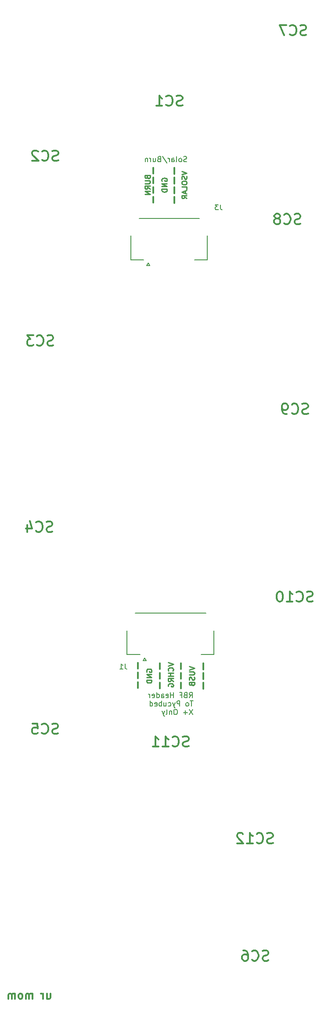
<source format=gbr>
%TF.GenerationSoftware,KiCad,Pcbnew,7.0.2-0*%
%TF.CreationDate,2024-05-08T20:31:55-07:00*%
%TF.ProjectId,new_X_Y_Panels,6e65775f-585f-4595-9f50-616e656c732e,1b*%
%TF.SameCoordinates,Original*%
%TF.FileFunction,Legend,Bot*%
%TF.FilePolarity,Positive*%
%FSLAX46Y46*%
G04 Gerber Fmt 4.6, Leading zero omitted, Abs format (unit mm)*
G04 Created by KiCad (PCBNEW 7.0.2-0) date 2024-05-08 20:31:55*
%MOMM*%
%LPD*%
G01*
G04 APERTURE LIST*
%ADD10C,0.300000*%
%ADD11C,0.250000*%
%ADD12C,0.150000*%
%ADD13C,0.127000*%
G04 APERTURE END LIST*
D10*
X73326190Y-184726000D02*
X73040476Y-184821238D01*
X73040476Y-184821238D02*
X72564285Y-184821238D01*
X72564285Y-184821238D02*
X72373809Y-184726000D01*
X72373809Y-184726000D02*
X72278571Y-184630761D01*
X72278571Y-184630761D02*
X72183333Y-184440285D01*
X72183333Y-184440285D02*
X72183333Y-184249809D01*
X72183333Y-184249809D02*
X72278571Y-184059333D01*
X72278571Y-184059333D02*
X72373809Y-183964095D01*
X72373809Y-183964095D02*
X72564285Y-183868857D01*
X72564285Y-183868857D02*
X72945238Y-183773619D01*
X72945238Y-183773619D02*
X73135714Y-183678380D01*
X73135714Y-183678380D02*
X73230952Y-183583142D01*
X73230952Y-183583142D02*
X73326190Y-183392666D01*
X73326190Y-183392666D02*
X73326190Y-183202190D01*
X73326190Y-183202190D02*
X73230952Y-183011714D01*
X73230952Y-183011714D02*
X73135714Y-182916476D01*
X73135714Y-182916476D02*
X72945238Y-182821238D01*
X72945238Y-182821238D02*
X72469047Y-182821238D01*
X72469047Y-182821238D02*
X72183333Y-182916476D01*
X70183333Y-184630761D02*
X70278571Y-184726000D01*
X70278571Y-184726000D02*
X70564285Y-184821238D01*
X70564285Y-184821238D02*
X70754761Y-184821238D01*
X70754761Y-184821238D02*
X71040476Y-184726000D01*
X71040476Y-184726000D02*
X71230952Y-184535523D01*
X71230952Y-184535523D02*
X71326190Y-184345047D01*
X71326190Y-184345047D02*
X71421428Y-183964095D01*
X71421428Y-183964095D02*
X71421428Y-183678380D01*
X71421428Y-183678380D02*
X71326190Y-183297428D01*
X71326190Y-183297428D02*
X71230952Y-183106952D01*
X71230952Y-183106952D02*
X71040476Y-182916476D01*
X71040476Y-182916476D02*
X70754761Y-182821238D01*
X70754761Y-182821238D02*
X70564285Y-182821238D01*
X70564285Y-182821238D02*
X70278571Y-182916476D01*
X70278571Y-182916476D02*
X70183333Y-183011714D01*
X68278571Y-184821238D02*
X69421428Y-184821238D01*
X68850000Y-184821238D02*
X68850000Y-182821238D01*
X68850000Y-182821238D02*
X69040476Y-183106952D01*
X69040476Y-183106952D02*
X69230952Y-183297428D01*
X69230952Y-183297428D02*
X69421428Y-183392666D01*
X66373809Y-184821238D02*
X67516666Y-184821238D01*
X66945238Y-184821238D02*
X66945238Y-182821238D01*
X66945238Y-182821238D02*
X67135714Y-183106952D01*
X67135714Y-183106952D02*
X67326190Y-183297428D01*
X67326190Y-183297428D02*
X67516666Y-183392666D01*
D11*
X69342619Y-168640238D02*
X70342619Y-168973571D01*
X70342619Y-168973571D02*
X69342619Y-169306904D01*
X70247380Y-170211666D02*
X70295000Y-170164047D01*
X70295000Y-170164047D02*
X70342619Y-170021190D01*
X70342619Y-170021190D02*
X70342619Y-169925952D01*
X70342619Y-169925952D02*
X70295000Y-169783095D01*
X70295000Y-169783095D02*
X70199761Y-169687857D01*
X70199761Y-169687857D02*
X70104523Y-169640238D01*
X70104523Y-169640238D02*
X69914047Y-169592619D01*
X69914047Y-169592619D02*
X69771190Y-169592619D01*
X69771190Y-169592619D02*
X69580714Y-169640238D01*
X69580714Y-169640238D02*
X69485476Y-169687857D01*
X69485476Y-169687857D02*
X69390238Y-169783095D01*
X69390238Y-169783095D02*
X69342619Y-169925952D01*
X69342619Y-169925952D02*
X69342619Y-170021190D01*
X69342619Y-170021190D02*
X69390238Y-170164047D01*
X69390238Y-170164047D02*
X69437857Y-170211666D01*
X70342619Y-170640238D02*
X69342619Y-170640238D01*
X69818809Y-170640238D02*
X69818809Y-171211666D01*
X70342619Y-171211666D02*
X69342619Y-171211666D01*
X70342619Y-172259285D02*
X69866428Y-171925952D01*
X70342619Y-171687857D02*
X69342619Y-171687857D01*
X69342619Y-171687857D02*
X69342619Y-172068809D01*
X69342619Y-172068809D02*
X69390238Y-172164047D01*
X69390238Y-172164047D02*
X69437857Y-172211666D01*
X69437857Y-172211666D02*
X69533095Y-172259285D01*
X69533095Y-172259285D02*
X69675952Y-172259285D01*
X69675952Y-172259285D02*
X69771190Y-172211666D01*
X69771190Y-172211666D02*
X69818809Y-172164047D01*
X69818809Y-172164047D02*
X69866428Y-172068809D01*
X69866428Y-172068809D02*
X69866428Y-171687857D01*
X69390238Y-173211666D02*
X69342619Y-173116428D01*
X69342619Y-173116428D02*
X69342619Y-172973571D01*
X69342619Y-172973571D02*
X69390238Y-172830714D01*
X69390238Y-172830714D02*
X69485476Y-172735476D01*
X69485476Y-172735476D02*
X69580714Y-172687857D01*
X69580714Y-172687857D02*
X69771190Y-172640238D01*
X69771190Y-172640238D02*
X69914047Y-172640238D01*
X69914047Y-172640238D02*
X70104523Y-172687857D01*
X70104523Y-172687857D02*
X70199761Y-172735476D01*
X70199761Y-172735476D02*
X70295000Y-172830714D01*
X70295000Y-172830714D02*
X70342619Y-172973571D01*
X70342619Y-172973571D02*
X70342619Y-173068809D01*
X70342619Y-173068809D02*
X70295000Y-173211666D01*
X70295000Y-173211666D02*
X70247380Y-173259285D01*
X70247380Y-173259285D02*
X69914047Y-173259285D01*
X69914047Y-173259285D02*
X69914047Y-173068809D01*
D10*
X66495000Y-80217857D02*
X66495000Y-79075000D01*
X66495000Y-78360714D02*
X66495000Y-77217857D01*
X66495000Y-76503571D02*
X66495000Y-75360714D01*
X66495000Y-74646428D02*
X66495000Y-73503571D01*
X72119809Y-61536000D02*
X71834095Y-61631238D01*
X71834095Y-61631238D02*
X71357904Y-61631238D01*
X71357904Y-61631238D02*
X71167428Y-61536000D01*
X71167428Y-61536000D02*
X71072190Y-61440761D01*
X71072190Y-61440761D02*
X70976952Y-61250285D01*
X70976952Y-61250285D02*
X70976952Y-61059809D01*
X70976952Y-61059809D02*
X71072190Y-60869333D01*
X71072190Y-60869333D02*
X71167428Y-60774095D01*
X71167428Y-60774095D02*
X71357904Y-60678857D01*
X71357904Y-60678857D02*
X71738857Y-60583619D01*
X71738857Y-60583619D02*
X71929333Y-60488380D01*
X71929333Y-60488380D02*
X72024571Y-60393142D01*
X72024571Y-60393142D02*
X72119809Y-60202666D01*
X72119809Y-60202666D02*
X72119809Y-60012190D01*
X72119809Y-60012190D02*
X72024571Y-59821714D01*
X72024571Y-59821714D02*
X71929333Y-59726476D01*
X71929333Y-59726476D02*
X71738857Y-59631238D01*
X71738857Y-59631238D02*
X71262666Y-59631238D01*
X71262666Y-59631238D02*
X70976952Y-59726476D01*
X68976952Y-61440761D02*
X69072190Y-61536000D01*
X69072190Y-61536000D02*
X69357904Y-61631238D01*
X69357904Y-61631238D02*
X69548380Y-61631238D01*
X69548380Y-61631238D02*
X69834095Y-61536000D01*
X69834095Y-61536000D02*
X70024571Y-61345523D01*
X70024571Y-61345523D02*
X70119809Y-61155047D01*
X70119809Y-61155047D02*
X70215047Y-60774095D01*
X70215047Y-60774095D02*
X70215047Y-60488380D01*
X70215047Y-60488380D02*
X70119809Y-60107428D01*
X70119809Y-60107428D02*
X70024571Y-59916952D01*
X70024571Y-59916952D02*
X69834095Y-59726476D01*
X69834095Y-59726476D02*
X69548380Y-59631238D01*
X69548380Y-59631238D02*
X69357904Y-59631238D01*
X69357904Y-59631238D02*
X69072190Y-59726476D01*
X69072190Y-59726476D02*
X68976952Y-59821714D01*
X67072190Y-61631238D02*
X68215047Y-61631238D01*
X67643619Y-61631238D02*
X67643619Y-59631238D01*
X67643619Y-59631238D02*
X67834095Y-59916952D01*
X67834095Y-59916952D02*
X68024571Y-60107428D01*
X68024571Y-60107428D02*
X68215047Y-60202666D01*
D11*
X65219238Y-170433904D02*
X65171619Y-170338666D01*
X65171619Y-170338666D02*
X65171619Y-170195809D01*
X65171619Y-170195809D02*
X65219238Y-170052952D01*
X65219238Y-170052952D02*
X65314476Y-169957714D01*
X65314476Y-169957714D02*
X65409714Y-169910095D01*
X65409714Y-169910095D02*
X65600190Y-169862476D01*
X65600190Y-169862476D02*
X65743047Y-169862476D01*
X65743047Y-169862476D02*
X65933523Y-169910095D01*
X65933523Y-169910095D02*
X66028761Y-169957714D01*
X66028761Y-169957714D02*
X66124000Y-170052952D01*
X66124000Y-170052952D02*
X66171619Y-170195809D01*
X66171619Y-170195809D02*
X66171619Y-170291047D01*
X66171619Y-170291047D02*
X66124000Y-170433904D01*
X66124000Y-170433904D02*
X66076380Y-170481523D01*
X66076380Y-170481523D02*
X65743047Y-170481523D01*
X65743047Y-170481523D02*
X65743047Y-170291047D01*
X66171619Y-170910095D02*
X65171619Y-170910095D01*
X65171619Y-170910095D02*
X66171619Y-171481523D01*
X66171619Y-171481523D02*
X65171619Y-171481523D01*
X66171619Y-171957714D02*
X65171619Y-171957714D01*
X65171619Y-171957714D02*
X65171619Y-172195809D01*
X65171619Y-172195809D02*
X65219238Y-172338666D01*
X65219238Y-172338666D02*
X65314476Y-172433904D01*
X65314476Y-172433904D02*
X65409714Y-172481523D01*
X65409714Y-172481523D02*
X65600190Y-172529142D01*
X65600190Y-172529142D02*
X65743047Y-172529142D01*
X65743047Y-172529142D02*
X65933523Y-172481523D01*
X65933523Y-172481523D02*
X66028761Y-172433904D01*
X66028761Y-172433904D02*
X66124000Y-172338666D01*
X66124000Y-172338666D02*
X66171619Y-172195809D01*
X66171619Y-172195809D02*
X66171619Y-171957714D01*
X65328809Y-75296428D02*
X65376428Y-75439285D01*
X65376428Y-75439285D02*
X65424047Y-75486904D01*
X65424047Y-75486904D02*
X65519285Y-75534523D01*
X65519285Y-75534523D02*
X65662142Y-75534523D01*
X65662142Y-75534523D02*
X65757380Y-75486904D01*
X65757380Y-75486904D02*
X65805000Y-75439285D01*
X65805000Y-75439285D02*
X65852619Y-75344047D01*
X65852619Y-75344047D02*
X65852619Y-74963095D01*
X65852619Y-74963095D02*
X64852619Y-74963095D01*
X64852619Y-74963095D02*
X64852619Y-75296428D01*
X64852619Y-75296428D02*
X64900238Y-75391666D01*
X64900238Y-75391666D02*
X64947857Y-75439285D01*
X64947857Y-75439285D02*
X65043095Y-75486904D01*
X65043095Y-75486904D02*
X65138333Y-75486904D01*
X65138333Y-75486904D02*
X65233571Y-75439285D01*
X65233571Y-75439285D02*
X65281190Y-75391666D01*
X65281190Y-75391666D02*
X65328809Y-75296428D01*
X65328809Y-75296428D02*
X65328809Y-74963095D01*
X64852619Y-75963095D02*
X65662142Y-75963095D01*
X65662142Y-75963095D02*
X65757380Y-76010714D01*
X65757380Y-76010714D02*
X65805000Y-76058333D01*
X65805000Y-76058333D02*
X65852619Y-76153571D01*
X65852619Y-76153571D02*
X65852619Y-76344047D01*
X65852619Y-76344047D02*
X65805000Y-76439285D01*
X65805000Y-76439285D02*
X65757380Y-76486904D01*
X65757380Y-76486904D02*
X65662142Y-76534523D01*
X65662142Y-76534523D02*
X64852619Y-76534523D01*
X65852619Y-77582142D02*
X65376428Y-77248809D01*
X65852619Y-77010714D02*
X64852619Y-77010714D01*
X64852619Y-77010714D02*
X64852619Y-77391666D01*
X64852619Y-77391666D02*
X64900238Y-77486904D01*
X64900238Y-77486904D02*
X64947857Y-77534523D01*
X64947857Y-77534523D02*
X65043095Y-77582142D01*
X65043095Y-77582142D02*
X65185952Y-77582142D01*
X65185952Y-77582142D02*
X65281190Y-77534523D01*
X65281190Y-77534523D02*
X65328809Y-77486904D01*
X65328809Y-77486904D02*
X65376428Y-77391666D01*
X65376428Y-77391666D02*
X65376428Y-77010714D01*
X65852619Y-78010714D02*
X64852619Y-78010714D01*
X64852619Y-78010714D02*
X65852619Y-78582142D01*
X65852619Y-78582142D02*
X64852619Y-78582142D01*
D10*
X63550000Y-173547857D02*
X63550000Y-172405000D01*
X63550000Y-171690714D02*
X63550000Y-170547857D01*
X63550000Y-169833571D02*
X63550000Y-168690714D01*
X47193809Y-107630000D02*
X46908095Y-107725238D01*
X46908095Y-107725238D02*
X46431904Y-107725238D01*
X46431904Y-107725238D02*
X46241428Y-107630000D01*
X46241428Y-107630000D02*
X46146190Y-107534761D01*
X46146190Y-107534761D02*
X46050952Y-107344285D01*
X46050952Y-107344285D02*
X46050952Y-107153809D01*
X46050952Y-107153809D02*
X46146190Y-106963333D01*
X46146190Y-106963333D02*
X46241428Y-106868095D01*
X46241428Y-106868095D02*
X46431904Y-106772857D01*
X46431904Y-106772857D02*
X46812857Y-106677619D01*
X46812857Y-106677619D02*
X47003333Y-106582380D01*
X47003333Y-106582380D02*
X47098571Y-106487142D01*
X47098571Y-106487142D02*
X47193809Y-106296666D01*
X47193809Y-106296666D02*
X47193809Y-106106190D01*
X47193809Y-106106190D02*
X47098571Y-105915714D01*
X47098571Y-105915714D02*
X47003333Y-105820476D01*
X47003333Y-105820476D02*
X46812857Y-105725238D01*
X46812857Y-105725238D02*
X46336666Y-105725238D01*
X46336666Y-105725238D02*
X46050952Y-105820476D01*
X44050952Y-107534761D02*
X44146190Y-107630000D01*
X44146190Y-107630000D02*
X44431904Y-107725238D01*
X44431904Y-107725238D02*
X44622380Y-107725238D01*
X44622380Y-107725238D02*
X44908095Y-107630000D01*
X44908095Y-107630000D02*
X45098571Y-107439523D01*
X45098571Y-107439523D02*
X45193809Y-107249047D01*
X45193809Y-107249047D02*
X45289047Y-106868095D01*
X45289047Y-106868095D02*
X45289047Y-106582380D01*
X45289047Y-106582380D02*
X45193809Y-106201428D01*
X45193809Y-106201428D02*
X45098571Y-106010952D01*
X45098571Y-106010952D02*
X44908095Y-105820476D01*
X44908095Y-105820476D02*
X44622380Y-105725238D01*
X44622380Y-105725238D02*
X44431904Y-105725238D01*
X44431904Y-105725238D02*
X44146190Y-105820476D01*
X44146190Y-105820476D02*
X44050952Y-105915714D01*
X43384285Y-105725238D02*
X42146190Y-105725238D01*
X42146190Y-105725238D02*
X42812857Y-106487142D01*
X42812857Y-106487142D02*
X42527142Y-106487142D01*
X42527142Y-106487142D02*
X42336666Y-106582380D01*
X42336666Y-106582380D02*
X42241428Y-106677619D01*
X42241428Y-106677619D02*
X42146190Y-106868095D01*
X42146190Y-106868095D02*
X42146190Y-107344285D01*
X42146190Y-107344285D02*
X42241428Y-107534761D01*
X42241428Y-107534761D02*
X42336666Y-107630000D01*
X42336666Y-107630000D02*
X42527142Y-107725238D01*
X42527142Y-107725238D02*
X43098571Y-107725238D01*
X43098571Y-107725238D02*
X43289047Y-107630000D01*
X43289047Y-107630000D02*
X43384285Y-107534761D01*
X97246190Y-156855000D02*
X96960476Y-156950238D01*
X96960476Y-156950238D02*
X96484285Y-156950238D01*
X96484285Y-156950238D02*
X96293809Y-156855000D01*
X96293809Y-156855000D02*
X96198571Y-156759761D01*
X96198571Y-156759761D02*
X96103333Y-156569285D01*
X96103333Y-156569285D02*
X96103333Y-156378809D01*
X96103333Y-156378809D02*
X96198571Y-156188333D01*
X96198571Y-156188333D02*
X96293809Y-156093095D01*
X96293809Y-156093095D02*
X96484285Y-155997857D01*
X96484285Y-155997857D02*
X96865238Y-155902619D01*
X96865238Y-155902619D02*
X97055714Y-155807380D01*
X97055714Y-155807380D02*
X97150952Y-155712142D01*
X97150952Y-155712142D02*
X97246190Y-155521666D01*
X97246190Y-155521666D02*
X97246190Y-155331190D01*
X97246190Y-155331190D02*
X97150952Y-155140714D01*
X97150952Y-155140714D02*
X97055714Y-155045476D01*
X97055714Y-155045476D02*
X96865238Y-154950238D01*
X96865238Y-154950238D02*
X96389047Y-154950238D01*
X96389047Y-154950238D02*
X96103333Y-155045476D01*
X94103333Y-156759761D02*
X94198571Y-156855000D01*
X94198571Y-156855000D02*
X94484285Y-156950238D01*
X94484285Y-156950238D02*
X94674761Y-156950238D01*
X94674761Y-156950238D02*
X94960476Y-156855000D01*
X94960476Y-156855000D02*
X95150952Y-156664523D01*
X95150952Y-156664523D02*
X95246190Y-156474047D01*
X95246190Y-156474047D02*
X95341428Y-156093095D01*
X95341428Y-156093095D02*
X95341428Y-155807380D01*
X95341428Y-155807380D02*
X95246190Y-155426428D01*
X95246190Y-155426428D02*
X95150952Y-155235952D01*
X95150952Y-155235952D02*
X94960476Y-155045476D01*
X94960476Y-155045476D02*
X94674761Y-154950238D01*
X94674761Y-154950238D02*
X94484285Y-154950238D01*
X94484285Y-154950238D02*
X94198571Y-155045476D01*
X94198571Y-155045476D02*
X94103333Y-155140714D01*
X92198571Y-156950238D02*
X93341428Y-156950238D01*
X92770000Y-156950238D02*
X92770000Y-154950238D01*
X92770000Y-154950238D02*
X92960476Y-155235952D01*
X92960476Y-155235952D02*
X93150952Y-155426428D01*
X93150952Y-155426428D02*
X93341428Y-155521666D01*
X90960476Y-154950238D02*
X90769999Y-154950238D01*
X90769999Y-154950238D02*
X90579523Y-155045476D01*
X90579523Y-155045476D02*
X90484285Y-155140714D01*
X90484285Y-155140714D02*
X90389047Y-155331190D01*
X90389047Y-155331190D02*
X90293809Y-155712142D01*
X90293809Y-155712142D02*
X90293809Y-156188333D01*
X90293809Y-156188333D02*
X90389047Y-156569285D01*
X90389047Y-156569285D02*
X90484285Y-156759761D01*
X90484285Y-156759761D02*
X90579523Y-156855000D01*
X90579523Y-156855000D02*
X90769999Y-156950238D01*
X90769999Y-156950238D02*
X90960476Y-156950238D01*
X90960476Y-156950238D02*
X91150952Y-156855000D01*
X91150952Y-156855000D02*
X91246190Y-156759761D01*
X91246190Y-156759761D02*
X91341428Y-156569285D01*
X91341428Y-156569285D02*
X91436666Y-156188333D01*
X91436666Y-156188333D02*
X91436666Y-155712142D01*
X91436666Y-155712142D02*
X91341428Y-155331190D01*
X91341428Y-155331190D02*
X91246190Y-155140714D01*
X91246190Y-155140714D02*
X91150952Y-155045476D01*
X91150952Y-155045476D02*
X90960476Y-154950238D01*
D11*
X73402619Y-169410238D02*
X74402619Y-169743571D01*
X74402619Y-169743571D02*
X73402619Y-170076904D01*
X73402619Y-170410238D02*
X74212142Y-170410238D01*
X74212142Y-170410238D02*
X74307380Y-170457857D01*
X74307380Y-170457857D02*
X74355000Y-170505476D01*
X74355000Y-170505476D02*
X74402619Y-170600714D01*
X74402619Y-170600714D02*
X74402619Y-170791190D01*
X74402619Y-170791190D02*
X74355000Y-170886428D01*
X74355000Y-170886428D02*
X74307380Y-170934047D01*
X74307380Y-170934047D02*
X74212142Y-170981666D01*
X74212142Y-170981666D02*
X73402619Y-170981666D01*
X74355000Y-171410238D02*
X74402619Y-171553095D01*
X74402619Y-171553095D02*
X74402619Y-171791190D01*
X74402619Y-171791190D02*
X74355000Y-171886428D01*
X74355000Y-171886428D02*
X74307380Y-171934047D01*
X74307380Y-171934047D02*
X74212142Y-171981666D01*
X74212142Y-171981666D02*
X74116904Y-171981666D01*
X74116904Y-171981666D02*
X74021666Y-171934047D01*
X74021666Y-171934047D02*
X73974047Y-171886428D01*
X73974047Y-171886428D02*
X73926428Y-171791190D01*
X73926428Y-171791190D02*
X73878809Y-171600714D01*
X73878809Y-171600714D02*
X73831190Y-171505476D01*
X73831190Y-171505476D02*
X73783571Y-171457857D01*
X73783571Y-171457857D02*
X73688333Y-171410238D01*
X73688333Y-171410238D02*
X73593095Y-171410238D01*
X73593095Y-171410238D02*
X73497857Y-171457857D01*
X73497857Y-171457857D02*
X73450238Y-171505476D01*
X73450238Y-171505476D02*
X73402619Y-171600714D01*
X73402619Y-171600714D02*
X73402619Y-171838809D01*
X73402619Y-171838809D02*
X73450238Y-171981666D01*
X73878809Y-172743571D02*
X73926428Y-172886428D01*
X73926428Y-172886428D02*
X73974047Y-172934047D01*
X73974047Y-172934047D02*
X74069285Y-172981666D01*
X74069285Y-172981666D02*
X74212142Y-172981666D01*
X74212142Y-172981666D02*
X74307380Y-172934047D01*
X74307380Y-172934047D02*
X74355000Y-172886428D01*
X74355000Y-172886428D02*
X74402619Y-172791190D01*
X74402619Y-172791190D02*
X74402619Y-172410238D01*
X74402619Y-172410238D02*
X73402619Y-172410238D01*
X73402619Y-172410238D02*
X73402619Y-172743571D01*
X73402619Y-172743571D02*
X73450238Y-172838809D01*
X73450238Y-172838809D02*
X73497857Y-172886428D01*
X73497857Y-172886428D02*
X73593095Y-172934047D01*
X73593095Y-172934047D02*
X73688333Y-172934047D01*
X73688333Y-172934047D02*
X73783571Y-172886428D01*
X73783571Y-172886428D02*
X73831190Y-172838809D01*
X73831190Y-172838809D02*
X73878809Y-172743571D01*
X73878809Y-172743571D02*
X73878809Y-172410238D01*
D10*
X95968809Y-47980000D02*
X95683095Y-48075238D01*
X95683095Y-48075238D02*
X95206904Y-48075238D01*
X95206904Y-48075238D02*
X95016428Y-47980000D01*
X95016428Y-47980000D02*
X94921190Y-47884761D01*
X94921190Y-47884761D02*
X94825952Y-47694285D01*
X94825952Y-47694285D02*
X94825952Y-47503809D01*
X94825952Y-47503809D02*
X94921190Y-47313333D01*
X94921190Y-47313333D02*
X95016428Y-47218095D01*
X95016428Y-47218095D02*
X95206904Y-47122857D01*
X95206904Y-47122857D02*
X95587857Y-47027619D01*
X95587857Y-47027619D02*
X95778333Y-46932380D01*
X95778333Y-46932380D02*
X95873571Y-46837142D01*
X95873571Y-46837142D02*
X95968809Y-46646666D01*
X95968809Y-46646666D02*
X95968809Y-46456190D01*
X95968809Y-46456190D02*
X95873571Y-46265714D01*
X95873571Y-46265714D02*
X95778333Y-46170476D01*
X95778333Y-46170476D02*
X95587857Y-46075238D01*
X95587857Y-46075238D02*
X95111666Y-46075238D01*
X95111666Y-46075238D02*
X94825952Y-46170476D01*
X92825952Y-47884761D02*
X92921190Y-47980000D01*
X92921190Y-47980000D02*
X93206904Y-48075238D01*
X93206904Y-48075238D02*
X93397380Y-48075238D01*
X93397380Y-48075238D02*
X93683095Y-47980000D01*
X93683095Y-47980000D02*
X93873571Y-47789523D01*
X93873571Y-47789523D02*
X93968809Y-47599047D01*
X93968809Y-47599047D02*
X94064047Y-47218095D01*
X94064047Y-47218095D02*
X94064047Y-46932380D01*
X94064047Y-46932380D02*
X93968809Y-46551428D01*
X93968809Y-46551428D02*
X93873571Y-46360952D01*
X93873571Y-46360952D02*
X93683095Y-46170476D01*
X93683095Y-46170476D02*
X93397380Y-46075238D01*
X93397380Y-46075238D02*
X93206904Y-46075238D01*
X93206904Y-46075238D02*
X92921190Y-46170476D01*
X92921190Y-46170476D02*
X92825952Y-46265714D01*
X92159285Y-46075238D02*
X90825952Y-46075238D01*
X90825952Y-46075238D02*
X91683095Y-48075238D01*
X48168809Y-72105000D02*
X47883095Y-72200238D01*
X47883095Y-72200238D02*
X47406904Y-72200238D01*
X47406904Y-72200238D02*
X47216428Y-72105000D01*
X47216428Y-72105000D02*
X47121190Y-72009761D01*
X47121190Y-72009761D02*
X47025952Y-71819285D01*
X47025952Y-71819285D02*
X47025952Y-71628809D01*
X47025952Y-71628809D02*
X47121190Y-71438333D01*
X47121190Y-71438333D02*
X47216428Y-71343095D01*
X47216428Y-71343095D02*
X47406904Y-71247857D01*
X47406904Y-71247857D02*
X47787857Y-71152619D01*
X47787857Y-71152619D02*
X47978333Y-71057380D01*
X47978333Y-71057380D02*
X48073571Y-70962142D01*
X48073571Y-70962142D02*
X48168809Y-70771666D01*
X48168809Y-70771666D02*
X48168809Y-70581190D01*
X48168809Y-70581190D02*
X48073571Y-70390714D01*
X48073571Y-70390714D02*
X47978333Y-70295476D01*
X47978333Y-70295476D02*
X47787857Y-70200238D01*
X47787857Y-70200238D02*
X47311666Y-70200238D01*
X47311666Y-70200238D02*
X47025952Y-70295476D01*
X45025952Y-72009761D02*
X45121190Y-72105000D01*
X45121190Y-72105000D02*
X45406904Y-72200238D01*
X45406904Y-72200238D02*
X45597380Y-72200238D01*
X45597380Y-72200238D02*
X45883095Y-72105000D01*
X45883095Y-72105000D02*
X46073571Y-71914523D01*
X46073571Y-71914523D02*
X46168809Y-71724047D01*
X46168809Y-71724047D02*
X46264047Y-71343095D01*
X46264047Y-71343095D02*
X46264047Y-71057380D01*
X46264047Y-71057380D02*
X46168809Y-70676428D01*
X46168809Y-70676428D02*
X46073571Y-70485952D01*
X46073571Y-70485952D02*
X45883095Y-70295476D01*
X45883095Y-70295476D02*
X45597380Y-70200238D01*
X45597380Y-70200238D02*
X45406904Y-70200238D01*
X45406904Y-70200238D02*
X45121190Y-70295476D01*
X45121190Y-70295476D02*
X45025952Y-70390714D01*
X44264047Y-70390714D02*
X44168809Y-70295476D01*
X44168809Y-70295476D02*
X43978333Y-70200238D01*
X43978333Y-70200238D02*
X43502142Y-70200238D01*
X43502142Y-70200238D02*
X43311666Y-70295476D01*
X43311666Y-70295476D02*
X43216428Y-70390714D01*
X43216428Y-70390714D02*
X43121190Y-70581190D01*
X43121190Y-70581190D02*
X43121190Y-70771666D01*
X43121190Y-70771666D02*
X43216428Y-71057380D01*
X43216428Y-71057380D02*
X44359285Y-72200238D01*
X44359285Y-72200238D02*
X43121190Y-72200238D01*
X70520000Y-80267857D02*
X70520000Y-79125000D01*
X70520000Y-78410714D02*
X70520000Y-77267857D01*
X70520000Y-76553571D02*
X70520000Y-75410714D01*
X70520000Y-74696428D02*
X70520000Y-73553571D01*
X45985000Y-232281428D02*
X45985000Y-233281428D01*
X46627857Y-232281428D02*
X46627857Y-233067142D01*
X46627857Y-233067142D02*
X46556428Y-233210000D01*
X46556428Y-233210000D02*
X46413571Y-233281428D01*
X46413571Y-233281428D02*
X46199285Y-233281428D01*
X46199285Y-233281428D02*
X46056428Y-233210000D01*
X46056428Y-233210000D02*
X45985000Y-233138571D01*
X45270714Y-233281428D02*
X45270714Y-232281428D01*
X45270714Y-232567142D02*
X45199285Y-232424285D01*
X45199285Y-232424285D02*
X45127857Y-232352857D01*
X45127857Y-232352857D02*
X44984999Y-232281428D01*
X44984999Y-232281428D02*
X44842142Y-232281428D01*
X43199286Y-233281428D02*
X43199286Y-232281428D01*
X43199286Y-232424285D02*
X43127857Y-232352857D01*
X43127857Y-232352857D02*
X42985000Y-232281428D01*
X42985000Y-232281428D02*
X42770714Y-232281428D01*
X42770714Y-232281428D02*
X42627857Y-232352857D01*
X42627857Y-232352857D02*
X42556429Y-232495714D01*
X42556429Y-232495714D02*
X42556429Y-233281428D01*
X42556429Y-232495714D02*
X42485000Y-232352857D01*
X42485000Y-232352857D02*
X42342143Y-232281428D01*
X42342143Y-232281428D02*
X42127857Y-232281428D01*
X42127857Y-232281428D02*
X41985000Y-232352857D01*
X41985000Y-232352857D02*
X41913571Y-232495714D01*
X41913571Y-232495714D02*
X41913571Y-233281428D01*
X40985000Y-233281428D02*
X41127857Y-233210000D01*
X41127857Y-233210000D02*
X41199286Y-233138571D01*
X41199286Y-233138571D02*
X41270714Y-232995714D01*
X41270714Y-232995714D02*
X41270714Y-232567142D01*
X41270714Y-232567142D02*
X41199286Y-232424285D01*
X41199286Y-232424285D02*
X41127857Y-232352857D01*
X41127857Y-232352857D02*
X40985000Y-232281428D01*
X40985000Y-232281428D02*
X40770714Y-232281428D01*
X40770714Y-232281428D02*
X40627857Y-232352857D01*
X40627857Y-232352857D02*
X40556429Y-232424285D01*
X40556429Y-232424285D02*
X40485000Y-232567142D01*
X40485000Y-232567142D02*
X40485000Y-232995714D01*
X40485000Y-232995714D02*
X40556429Y-233138571D01*
X40556429Y-233138571D02*
X40627857Y-233210000D01*
X40627857Y-233210000D02*
X40770714Y-233281428D01*
X40770714Y-233281428D02*
X40985000Y-233281428D01*
X39842143Y-233281428D02*
X39842143Y-232281428D01*
X39842143Y-232424285D02*
X39770714Y-232352857D01*
X39770714Y-232352857D02*
X39627857Y-232281428D01*
X39627857Y-232281428D02*
X39413571Y-232281428D01*
X39413571Y-232281428D02*
X39270714Y-232352857D01*
X39270714Y-232352857D02*
X39199286Y-232495714D01*
X39199286Y-232495714D02*
X39199286Y-233281428D01*
X39199286Y-232495714D02*
X39127857Y-232352857D01*
X39127857Y-232352857D02*
X38985000Y-232281428D01*
X38985000Y-232281428D02*
X38770714Y-232281428D01*
X38770714Y-232281428D02*
X38627857Y-232352857D01*
X38627857Y-232352857D02*
X38556428Y-232495714D01*
X38556428Y-232495714D02*
X38556428Y-233281428D01*
D11*
X68175238Y-76061904D02*
X68127619Y-75966666D01*
X68127619Y-75966666D02*
X68127619Y-75823809D01*
X68127619Y-75823809D02*
X68175238Y-75680952D01*
X68175238Y-75680952D02*
X68270476Y-75585714D01*
X68270476Y-75585714D02*
X68365714Y-75538095D01*
X68365714Y-75538095D02*
X68556190Y-75490476D01*
X68556190Y-75490476D02*
X68699047Y-75490476D01*
X68699047Y-75490476D02*
X68889523Y-75538095D01*
X68889523Y-75538095D02*
X68984761Y-75585714D01*
X68984761Y-75585714D02*
X69080000Y-75680952D01*
X69080000Y-75680952D02*
X69127619Y-75823809D01*
X69127619Y-75823809D02*
X69127619Y-75919047D01*
X69127619Y-75919047D02*
X69080000Y-76061904D01*
X69080000Y-76061904D02*
X69032380Y-76109523D01*
X69032380Y-76109523D02*
X68699047Y-76109523D01*
X68699047Y-76109523D02*
X68699047Y-75919047D01*
X69127619Y-76538095D02*
X68127619Y-76538095D01*
X68127619Y-76538095D02*
X69127619Y-77109523D01*
X69127619Y-77109523D02*
X68127619Y-77109523D01*
X69127619Y-77585714D02*
X68127619Y-77585714D01*
X68127619Y-77585714D02*
X68127619Y-77823809D01*
X68127619Y-77823809D02*
X68175238Y-77966666D01*
X68175238Y-77966666D02*
X68270476Y-78061904D01*
X68270476Y-78061904D02*
X68365714Y-78109523D01*
X68365714Y-78109523D02*
X68556190Y-78157142D01*
X68556190Y-78157142D02*
X68699047Y-78157142D01*
X68699047Y-78157142D02*
X68889523Y-78109523D01*
X68889523Y-78109523D02*
X68984761Y-78061904D01*
X68984761Y-78061904D02*
X69080000Y-77966666D01*
X69080000Y-77966666D02*
X69127619Y-77823809D01*
X69127619Y-77823809D02*
X69127619Y-77585714D01*
D10*
X96343809Y-120755000D02*
X96058095Y-120850238D01*
X96058095Y-120850238D02*
X95581904Y-120850238D01*
X95581904Y-120850238D02*
X95391428Y-120755000D01*
X95391428Y-120755000D02*
X95296190Y-120659761D01*
X95296190Y-120659761D02*
X95200952Y-120469285D01*
X95200952Y-120469285D02*
X95200952Y-120278809D01*
X95200952Y-120278809D02*
X95296190Y-120088333D01*
X95296190Y-120088333D02*
X95391428Y-119993095D01*
X95391428Y-119993095D02*
X95581904Y-119897857D01*
X95581904Y-119897857D02*
X95962857Y-119802619D01*
X95962857Y-119802619D02*
X96153333Y-119707380D01*
X96153333Y-119707380D02*
X96248571Y-119612142D01*
X96248571Y-119612142D02*
X96343809Y-119421666D01*
X96343809Y-119421666D02*
X96343809Y-119231190D01*
X96343809Y-119231190D02*
X96248571Y-119040714D01*
X96248571Y-119040714D02*
X96153333Y-118945476D01*
X96153333Y-118945476D02*
X95962857Y-118850238D01*
X95962857Y-118850238D02*
X95486666Y-118850238D01*
X95486666Y-118850238D02*
X95200952Y-118945476D01*
X93200952Y-120659761D02*
X93296190Y-120755000D01*
X93296190Y-120755000D02*
X93581904Y-120850238D01*
X93581904Y-120850238D02*
X93772380Y-120850238D01*
X93772380Y-120850238D02*
X94058095Y-120755000D01*
X94058095Y-120755000D02*
X94248571Y-120564523D01*
X94248571Y-120564523D02*
X94343809Y-120374047D01*
X94343809Y-120374047D02*
X94439047Y-119993095D01*
X94439047Y-119993095D02*
X94439047Y-119707380D01*
X94439047Y-119707380D02*
X94343809Y-119326428D01*
X94343809Y-119326428D02*
X94248571Y-119135952D01*
X94248571Y-119135952D02*
X94058095Y-118945476D01*
X94058095Y-118945476D02*
X93772380Y-118850238D01*
X93772380Y-118850238D02*
X93581904Y-118850238D01*
X93581904Y-118850238D02*
X93296190Y-118945476D01*
X93296190Y-118945476D02*
X93200952Y-119040714D01*
X92248571Y-120850238D02*
X91867619Y-120850238D01*
X91867619Y-120850238D02*
X91677142Y-120755000D01*
X91677142Y-120755000D02*
X91581904Y-120659761D01*
X91581904Y-120659761D02*
X91391428Y-120374047D01*
X91391428Y-120374047D02*
X91296190Y-119993095D01*
X91296190Y-119993095D02*
X91296190Y-119231190D01*
X91296190Y-119231190D02*
X91391428Y-119040714D01*
X91391428Y-119040714D02*
X91486666Y-118945476D01*
X91486666Y-118945476D02*
X91677142Y-118850238D01*
X91677142Y-118850238D02*
X92058095Y-118850238D01*
X92058095Y-118850238D02*
X92248571Y-118945476D01*
X92248571Y-118945476D02*
X92343809Y-119040714D01*
X92343809Y-119040714D02*
X92439047Y-119231190D01*
X92439047Y-119231190D02*
X92439047Y-119707380D01*
X92439047Y-119707380D02*
X92343809Y-119897857D01*
X92343809Y-119897857D02*
X92248571Y-119993095D01*
X92248571Y-119993095D02*
X92058095Y-120088333D01*
X92058095Y-120088333D02*
X91677142Y-120088333D01*
X91677142Y-120088333D02*
X91486666Y-119993095D01*
X91486666Y-119993095D02*
X91391428Y-119897857D01*
X91391428Y-119897857D02*
X91296190Y-119707380D01*
X67780000Y-173617857D02*
X67780000Y-172475000D01*
X67780000Y-171760714D02*
X67780000Y-170617857D01*
X67780000Y-169903571D02*
X67780000Y-168760714D01*
X47043809Y-143430000D02*
X46758095Y-143525238D01*
X46758095Y-143525238D02*
X46281904Y-143525238D01*
X46281904Y-143525238D02*
X46091428Y-143430000D01*
X46091428Y-143430000D02*
X45996190Y-143334761D01*
X45996190Y-143334761D02*
X45900952Y-143144285D01*
X45900952Y-143144285D02*
X45900952Y-142953809D01*
X45900952Y-142953809D02*
X45996190Y-142763333D01*
X45996190Y-142763333D02*
X46091428Y-142668095D01*
X46091428Y-142668095D02*
X46281904Y-142572857D01*
X46281904Y-142572857D02*
X46662857Y-142477619D01*
X46662857Y-142477619D02*
X46853333Y-142382380D01*
X46853333Y-142382380D02*
X46948571Y-142287142D01*
X46948571Y-142287142D02*
X47043809Y-142096666D01*
X47043809Y-142096666D02*
X47043809Y-141906190D01*
X47043809Y-141906190D02*
X46948571Y-141715714D01*
X46948571Y-141715714D02*
X46853333Y-141620476D01*
X46853333Y-141620476D02*
X46662857Y-141525238D01*
X46662857Y-141525238D02*
X46186666Y-141525238D01*
X46186666Y-141525238D02*
X45900952Y-141620476D01*
X43900952Y-143334761D02*
X43996190Y-143430000D01*
X43996190Y-143430000D02*
X44281904Y-143525238D01*
X44281904Y-143525238D02*
X44472380Y-143525238D01*
X44472380Y-143525238D02*
X44758095Y-143430000D01*
X44758095Y-143430000D02*
X44948571Y-143239523D01*
X44948571Y-143239523D02*
X45043809Y-143049047D01*
X45043809Y-143049047D02*
X45139047Y-142668095D01*
X45139047Y-142668095D02*
X45139047Y-142382380D01*
X45139047Y-142382380D02*
X45043809Y-142001428D01*
X45043809Y-142001428D02*
X44948571Y-141810952D01*
X44948571Y-141810952D02*
X44758095Y-141620476D01*
X44758095Y-141620476D02*
X44472380Y-141525238D01*
X44472380Y-141525238D02*
X44281904Y-141525238D01*
X44281904Y-141525238D02*
X43996190Y-141620476D01*
X43996190Y-141620476D02*
X43900952Y-141715714D01*
X42186666Y-142191904D02*
X42186666Y-143525238D01*
X42662857Y-141430000D02*
X43139047Y-142858571D01*
X43139047Y-142858571D02*
X41900952Y-142858571D01*
D12*
X72904523Y-72320000D02*
X72761666Y-72367619D01*
X72761666Y-72367619D02*
X72523571Y-72367619D01*
X72523571Y-72367619D02*
X72428333Y-72320000D01*
X72428333Y-72320000D02*
X72380714Y-72272380D01*
X72380714Y-72272380D02*
X72333095Y-72177142D01*
X72333095Y-72177142D02*
X72333095Y-72081904D01*
X72333095Y-72081904D02*
X72380714Y-71986666D01*
X72380714Y-71986666D02*
X72428333Y-71939047D01*
X72428333Y-71939047D02*
X72523571Y-71891428D01*
X72523571Y-71891428D02*
X72714047Y-71843809D01*
X72714047Y-71843809D02*
X72809285Y-71796190D01*
X72809285Y-71796190D02*
X72856904Y-71748571D01*
X72856904Y-71748571D02*
X72904523Y-71653333D01*
X72904523Y-71653333D02*
X72904523Y-71558095D01*
X72904523Y-71558095D02*
X72856904Y-71462857D01*
X72856904Y-71462857D02*
X72809285Y-71415238D01*
X72809285Y-71415238D02*
X72714047Y-71367619D01*
X72714047Y-71367619D02*
X72475952Y-71367619D01*
X72475952Y-71367619D02*
X72333095Y-71415238D01*
X71761666Y-72367619D02*
X71856904Y-72320000D01*
X71856904Y-72320000D02*
X71904523Y-72272380D01*
X71904523Y-72272380D02*
X71952142Y-72177142D01*
X71952142Y-72177142D02*
X71952142Y-71891428D01*
X71952142Y-71891428D02*
X71904523Y-71796190D01*
X71904523Y-71796190D02*
X71856904Y-71748571D01*
X71856904Y-71748571D02*
X71761666Y-71700952D01*
X71761666Y-71700952D02*
X71618809Y-71700952D01*
X71618809Y-71700952D02*
X71523571Y-71748571D01*
X71523571Y-71748571D02*
X71475952Y-71796190D01*
X71475952Y-71796190D02*
X71428333Y-71891428D01*
X71428333Y-71891428D02*
X71428333Y-72177142D01*
X71428333Y-72177142D02*
X71475952Y-72272380D01*
X71475952Y-72272380D02*
X71523571Y-72320000D01*
X71523571Y-72320000D02*
X71618809Y-72367619D01*
X71618809Y-72367619D02*
X71761666Y-72367619D01*
X70856904Y-72367619D02*
X70952142Y-72320000D01*
X70952142Y-72320000D02*
X70999761Y-72224761D01*
X70999761Y-72224761D02*
X70999761Y-71367619D01*
X70047380Y-72367619D02*
X70047380Y-71843809D01*
X70047380Y-71843809D02*
X70094999Y-71748571D01*
X70094999Y-71748571D02*
X70190237Y-71700952D01*
X70190237Y-71700952D02*
X70380713Y-71700952D01*
X70380713Y-71700952D02*
X70475951Y-71748571D01*
X70047380Y-72320000D02*
X70142618Y-72367619D01*
X70142618Y-72367619D02*
X70380713Y-72367619D01*
X70380713Y-72367619D02*
X70475951Y-72320000D01*
X70475951Y-72320000D02*
X70523570Y-72224761D01*
X70523570Y-72224761D02*
X70523570Y-72129523D01*
X70523570Y-72129523D02*
X70475951Y-72034285D01*
X70475951Y-72034285D02*
X70380713Y-71986666D01*
X70380713Y-71986666D02*
X70142618Y-71986666D01*
X70142618Y-71986666D02*
X70047380Y-71939047D01*
X69571189Y-72367619D02*
X69571189Y-71700952D01*
X69571189Y-71891428D02*
X69523570Y-71796190D01*
X69523570Y-71796190D02*
X69475951Y-71748571D01*
X69475951Y-71748571D02*
X69380713Y-71700952D01*
X69380713Y-71700952D02*
X69285475Y-71700952D01*
X68237856Y-71320000D02*
X69094998Y-72605714D01*
X67571189Y-71843809D02*
X67428332Y-71891428D01*
X67428332Y-71891428D02*
X67380713Y-71939047D01*
X67380713Y-71939047D02*
X67333094Y-72034285D01*
X67333094Y-72034285D02*
X67333094Y-72177142D01*
X67333094Y-72177142D02*
X67380713Y-72272380D01*
X67380713Y-72272380D02*
X67428332Y-72320000D01*
X67428332Y-72320000D02*
X67523570Y-72367619D01*
X67523570Y-72367619D02*
X67904522Y-72367619D01*
X67904522Y-72367619D02*
X67904522Y-71367619D01*
X67904522Y-71367619D02*
X67571189Y-71367619D01*
X67571189Y-71367619D02*
X67475951Y-71415238D01*
X67475951Y-71415238D02*
X67428332Y-71462857D01*
X67428332Y-71462857D02*
X67380713Y-71558095D01*
X67380713Y-71558095D02*
X67380713Y-71653333D01*
X67380713Y-71653333D02*
X67428332Y-71748571D01*
X67428332Y-71748571D02*
X67475951Y-71796190D01*
X67475951Y-71796190D02*
X67571189Y-71843809D01*
X67571189Y-71843809D02*
X67904522Y-71843809D01*
X66475951Y-71700952D02*
X66475951Y-72367619D01*
X66904522Y-71700952D02*
X66904522Y-72224761D01*
X66904522Y-72224761D02*
X66856903Y-72320000D01*
X66856903Y-72320000D02*
X66761665Y-72367619D01*
X66761665Y-72367619D02*
X66618808Y-72367619D01*
X66618808Y-72367619D02*
X66523570Y-72320000D01*
X66523570Y-72320000D02*
X66475951Y-72272380D01*
X65999760Y-72367619D02*
X65999760Y-71700952D01*
X65999760Y-71891428D02*
X65952141Y-71796190D01*
X65952141Y-71796190D02*
X65904522Y-71748571D01*
X65904522Y-71748571D02*
X65809284Y-71700952D01*
X65809284Y-71700952D02*
X65714046Y-71700952D01*
X65380712Y-71700952D02*
X65380712Y-72367619D01*
X65380712Y-71796190D02*
X65333093Y-71748571D01*
X65333093Y-71748571D02*
X65237855Y-71700952D01*
X65237855Y-71700952D02*
X65094998Y-71700952D01*
X65094998Y-71700952D02*
X64999760Y-71748571D01*
X64999760Y-71748571D02*
X64952141Y-71843809D01*
X64952141Y-71843809D02*
X64952141Y-72367619D01*
D10*
X88668809Y-225880000D02*
X88383095Y-225975238D01*
X88383095Y-225975238D02*
X87906904Y-225975238D01*
X87906904Y-225975238D02*
X87716428Y-225880000D01*
X87716428Y-225880000D02*
X87621190Y-225784761D01*
X87621190Y-225784761D02*
X87525952Y-225594285D01*
X87525952Y-225594285D02*
X87525952Y-225403809D01*
X87525952Y-225403809D02*
X87621190Y-225213333D01*
X87621190Y-225213333D02*
X87716428Y-225118095D01*
X87716428Y-225118095D02*
X87906904Y-225022857D01*
X87906904Y-225022857D02*
X88287857Y-224927619D01*
X88287857Y-224927619D02*
X88478333Y-224832380D01*
X88478333Y-224832380D02*
X88573571Y-224737142D01*
X88573571Y-224737142D02*
X88668809Y-224546666D01*
X88668809Y-224546666D02*
X88668809Y-224356190D01*
X88668809Y-224356190D02*
X88573571Y-224165714D01*
X88573571Y-224165714D02*
X88478333Y-224070476D01*
X88478333Y-224070476D02*
X88287857Y-223975238D01*
X88287857Y-223975238D02*
X87811666Y-223975238D01*
X87811666Y-223975238D02*
X87525952Y-224070476D01*
X85525952Y-225784761D02*
X85621190Y-225880000D01*
X85621190Y-225880000D02*
X85906904Y-225975238D01*
X85906904Y-225975238D02*
X86097380Y-225975238D01*
X86097380Y-225975238D02*
X86383095Y-225880000D01*
X86383095Y-225880000D02*
X86573571Y-225689523D01*
X86573571Y-225689523D02*
X86668809Y-225499047D01*
X86668809Y-225499047D02*
X86764047Y-225118095D01*
X86764047Y-225118095D02*
X86764047Y-224832380D01*
X86764047Y-224832380D02*
X86668809Y-224451428D01*
X86668809Y-224451428D02*
X86573571Y-224260952D01*
X86573571Y-224260952D02*
X86383095Y-224070476D01*
X86383095Y-224070476D02*
X86097380Y-223975238D01*
X86097380Y-223975238D02*
X85906904Y-223975238D01*
X85906904Y-223975238D02*
X85621190Y-224070476D01*
X85621190Y-224070476D02*
X85525952Y-224165714D01*
X83811666Y-223975238D02*
X84192619Y-223975238D01*
X84192619Y-223975238D02*
X84383095Y-224070476D01*
X84383095Y-224070476D02*
X84478333Y-224165714D01*
X84478333Y-224165714D02*
X84668809Y-224451428D01*
X84668809Y-224451428D02*
X84764047Y-224832380D01*
X84764047Y-224832380D02*
X84764047Y-225594285D01*
X84764047Y-225594285D02*
X84668809Y-225784761D01*
X84668809Y-225784761D02*
X84573571Y-225880000D01*
X84573571Y-225880000D02*
X84383095Y-225975238D01*
X84383095Y-225975238D02*
X84002142Y-225975238D01*
X84002142Y-225975238D02*
X83811666Y-225880000D01*
X83811666Y-225880000D02*
X83716428Y-225784761D01*
X83716428Y-225784761D02*
X83621190Y-225594285D01*
X83621190Y-225594285D02*
X83621190Y-225118095D01*
X83621190Y-225118095D02*
X83716428Y-224927619D01*
X83716428Y-224927619D02*
X83811666Y-224832380D01*
X83811666Y-224832380D02*
X84002142Y-224737142D01*
X84002142Y-224737142D02*
X84383095Y-224737142D01*
X84383095Y-224737142D02*
X84573571Y-224832380D01*
X84573571Y-224832380D02*
X84668809Y-224927619D01*
X84668809Y-224927619D02*
X84764047Y-225118095D01*
X48118809Y-182255000D02*
X47833095Y-182350238D01*
X47833095Y-182350238D02*
X47356904Y-182350238D01*
X47356904Y-182350238D02*
X47166428Y-182255000D01*
X47166428Y-182255000D02*
X47071190Y-182159761D01*
X47071190Y-182159761D02*
X46975952Y-181969285D01*
X46975952Y-181969285D02*
X46975952Y-181778809D01*
X46975952Y-181778809D02*
X47071190Y-181588333D01*
X47071190Y-181588333D02*
X47166428Y-181493095D01*
X47166428Y-181493095D02*
X47356904Y-181397857D01*
X47356904Y-181397857D02*
X47737857Y-181302619D01*
X47737857Y-181302619D02*
X47928333Y-181207380D01*
X47928333Y-181207380D02*
X48023571Y-181112142D01*
X48023571Y-181112142D02*
X48118809Y-180921666D01*
X48118809Y-180921666D02*
X48118809Y-180731190D01*
X48118809Y-180731190D02*
X48023571Y-180540714D01*
X48023571Y-180540714D02*
X47928333Y-180445476D01*
X47928333Y-180445476D02*
X47737857Y-180350238D01*
X47737857Y-180350238D02*
X47261666Y-180350238D01*
X47261666Y-180350238D02*
X46975952Y-180445476D01*
X44975952Y-182159761D02*
X45071190Y-182255000D01*
X45071190Y-182255000D02*
X45356904Y-182350238D01*
X45356904Y-182350238D02*
X45547380Y-182350238D01*
X45547380Y-182350238D02*
X45833095Y-182255000D01*
X45833095Y-182255000D02*
X46023571Y-182064523D01*
X46023571Y-182064523D02*
X46118809Y-181874047D01*
X46118809Y-181874047D02*
X46214047Y-181493095D01*
X46214047Y-181493095D02*
X46214047Y-181207380D01*
X46214047Y-181207380D02*
X46118809Y-180826428D01*
X46118809Y-180826428D02*
X46023571Y-180635952D01*
X46023571Y-180635952D02*
X45833095Y-180445476D01*
X45833095Y-180445476D02*
X45547380Y-180350238D01*
X45547380Y-180350238D02*
X45356904Y-180350238D01*
X45356904Y-180350238D02*
X45071190Y-180445476D01*
X45071190Y-180445476D02*
X44975952Y-180540714D01*
X43166428Y-180350238D02*
X44118809Y-180350238D01*
X44118809Y-180350238D02*
X44214047Y-181302619D01*
X44214047Y-181302619D02*
X44118809Y-181207380D01*
X44118809Y-181207380D02*
X43928333Y-181112142D01*
X43928333Y-181112142D02*
X43452142Y-181112142D01*
X43452142Y-181112142D02*
X43261666Y-181207380D01*
X43261666Y-181207380D02*
X43166428Y-181302619D01*
X43166428Y-181302619D02*
X43071190Y-181493095D01*
X43071190Y-181493095D02*
X43071190Y-181969285D01*
X43071190Y-181969285D02*
X43166428Y-182159761D01*
X43166428Y-182159761D02*
X43261666Y-182255000D01*
X43261666Y-182255000D02*
X43452142Y-182350238D01*
X43452142Y-182350238D02*
X43928333Y-182350238D01*
X43928333Y-182350238D02*
X44118809Y-182255000D01*
X44118809Y-182255000D02*
X44214047Y-182159761D01*
X76100000Y-173657857D02*
X76100000Y-172515000D01*
X76100000Y-171800714D02*
X76100000Y-170657857D01*
X76100000Y-169943571D02*
X76100000Y-168800714D01*
D11*
X71952619Y-74170238D02*
X72952619Y-74503571D01*
X72952619Y-74503571D02*
X71952619Y-74836904D01*
X72905000Y-75122619D02*
X72952619Y-75265476D01*
X72952619Y-75265476D02*
X72952619Y-75503571D01*
X72952619Y-75503571D02*
X72905000Y-75598809D01*
X72905000Y-75598809D02*
X72857380Y-75646428D01*
X72857380Y-75646428D02*
X72762142Y-75694047D01*
X72762142Y-75694047D02*
X72666904Y-75694047D01*
X72666904Y-75694047D02*
X72571666Y-75646428D01*
X72571666Y-75646428D02*
X72524047Y-75598809D01*
X72524047Y-75598809D02*
X72476428Y-75503571D01*
X72476428Y-75503571D02*
X72428809Y-75313095D01*
X72428809Y-75313095D02*
X72381190Y-75217857D01*
X72381190Y-75217857D02*
X72333571Y-75170238D01*
X72333571Y-75170238D02*
X72238333Y-75122619D01*
X72238333Y-75122619D02*
X72143095Y-75122619D01*
X72143095Y-75122619D02*
X72047857Y-75170238D01*
X72047857Y-75170238D02*
X72000238Y-75217857D01*
X72000238Y-75217857D02*
X71952619Y-75313095D01*
X71952619Y-75313095D02*
X71952619Y-75551190D01*
X71952619Y-75551190D02*
X72000238Y-75694047D01*
X71952619Y-76313095D02*
X71952619Y-76503571D01*
X71952619Y-76503571D02*
X72000238Y-76598809D01*
X72000238Y-76598809D02*
X72095476Y-76694047D01*
X72095476Y-76694047D02*
X72285952Y-76741666D01*
X72285952Y-76741666D02*
X72619285Y-76741666D01*
X72619285Y-76741666D02*
X72809761Y-76694047D01*
X72809761Y-76694047D02*
X72905000Y-76598809D01*
X72905000Y-76598809D02*
X72952619Y-76503571D01*
X72952619Y-76503571D02*
X72952619Y-76313095D01*
X72952619Y-76313095D02*
X72905000Y-76217857D01*
X72905000Y-76217857D02*
X72809761Y-76122619D01*
X72809761Y-76122619D02*
X72619285Y-76075000D01*
X72619285Y-76075000D02*
X72285952Y-76075000D01*
X72285952Y-76075000D02*
X72095476Y-76122619D01*
X72095476Y-76122619D02*
X72000238Y-76217857D01*
X72000238Y-76217857D02*
X71952619Y-76313095D01*
X72952619Y-77646428D02*
X72952619Y-77170238D01*
X72952619Y-77170238D02*
X71952619Y-77170238D01*
X72666904Y-77932143D02*
X72666904Y-78408333D01*
X72952619Y-77836905D02*
X71952619Y-78170238D01*
X71952619Y-78170238D02*
X72952619Y-78503571D01*
X72952619Y-79408333D02*
X72476428Y-79075000D01*
X72952619Y-78836905D02*
X71952619Y-78836905D01*
X71952619Y-78836905D02*
X71952619Y-79217857D01*
X71952619Y-79217857D02*
X72000238Y-79313095D01*
X72000238Y-79313095D02*
X72047857Y-79360714D01*
X72047857Y-79360714D02*
X72143095Y-79408333D01*
X72143095Y-79408333D02*
X72285952Y-79408333D01*
X72285952Y-79408333D02*
X72381190Y-79360714D01*
X72381190Y-79360714D02*
X72428809Y-79313095D01*
X72428809Y-79313095D02*
X72476428Y-79217857D01*
X72476428Y-79217857D02*
X72476428Y-78836905D01*
D10*
X89571190Y-203305000D02*
X89285476Y-203400238D01*
X89285476Y-203400238D02*
X88809285Y-203400238D01*
X88809285Y-203400238D02*
X88618809Y-203305000D01*
X88618809Y-203305000D02*
X88523571Y-203209761D01*
X88523571Y-203209761D02*
X88428333Y-203019285D01*
X88428333Y-203019285D02*
X88428333Y-202828809D01*
X88428333Y-202828809D02*
X88523571Y-202638333D01*
X88523571Y-202638333D02*
X88618809Y-202543095D01*
X88618809Y-202543095D02*
X88809285Y-202447857D01*
X88809285Y-202447857D02*
X89190238Y-202352619D01*
X89190238Y-202352619D02*
X89380714Y-202257380D01*
X89380714Y-202257380D02*
X89475952Y-202162142D01*
X89475952Y-202162142D02*
X89571190Y-201971666D01*
X89571190Y-201971666D02*
X89571190Y-201781190D01*
X89571190Y-201781190D02*
X89475952Y-201590714D01*
X89475952Y-201590714D02*
X89380714Y-201495476D01*
X89380714Y-201495476D02*
X89190238Y-201400238D01*
X89190238Y-201400238D02*
X88714047Y-201400238D01*
X88714047Y-201400238D02*
X88428333Y-201495476D01*
X86428333Y-203209761D02*
X86523571Y-203305000D01*
X86523571Y-203305000D02*
X86809285Y-203400238D01*
X86809285Y-203400238D02*
X86999761Y-203400238D01*
X86999761Y-203400238D02*
X87285476Y-203305000D01*
X87285476Y-203305000D02*
X87475952Y-203114523D01*
X87475952Y-203114523D02*
X87571190Y-202924047D01*
X87571190Y-202924047D02*
X87666428Y-202543095D01*
X87666428Y-202543095D02*
X87666428Y-202257380D01*
X87666428Y-202257380D02*
X87571190Y-201876428D01*
X87571190Y-201876428D02*
X87475952Y-201685952D01*
X87475952Y-201685952D02*
X87285476Y-201495476D01*
X87285476Y-201495476D02*
X86999761Y-201400238D01*
X86999761Y-201400238D02*
X86809285Y-201400238D01*
X86809285Y-201400238D02*
X86523571Y-201495476D01*
X86523571Y-201495476D02*
X86428333Y-201590714D01*
X84523571Y-203400238D02*
X85666428Y-203400238D01*
X85095000Y-203400238D02*
X85095000Y-201400238D01*
X85095000Y-201400238D02*
X85285476Y-201685952D01*
X85285476Y-201685952D02*
X85475952Y-201876428D01*
X85475952Y-201876428D02*
X85666428Y-201971666D01*
X83761666Y-201590714D02*
X83666428Y-201495476D01*
X83666428Y-201495476D02*
X83475952Y-201400238D01*
X83475952Y-201400238D02*
X82999761Y-201400238D01*
X82999761Y-201400238D02*
X82809285Y-201495476D01*
X82809285Y-201495476D02*
X82714047Y-201590714D01*
X82714047Y-201590714D02*
X82618809Y-201781190D01*
X82618809Y-201781190D02*
X82618809Y-201971666D01*
X82618809Y-201971666D02*
X82714047Y-202257380D01*
X82714047Y-202257380D02*
X83856904Y-203400238D01*
X83856904Y-203400238D02*
X82618809Y-203400238D01*
D12*
X73440476Y-175387619D02*
X73773809Y-174911428D01*
X74011904Y-175387619D02*
X74011904Y-174387619D01*
X74011904Y-174387619D02*
X73630952Y-174387619D01*
X73630952Y-174387619D02*
X73535714Y-174435238D01*
X73535714Y-174435238D02*
X73488095Y-174482857D01*
X73488095Y-174482857D02*
X73440476Y-174578095D01*
X73440476Y-174578095D02*
X73440476Y-174720952D01*
X73440476Y-174720952D02*
X73488095Y-174816190D01*
X73488095Y-174816190D02*
X73535714Y-174863809D01*
X73535714Y-174863809D02*
X73630952Y-174911428D01*
X73630952Y-174911428D02*
X74011904Y-174911428D01*
X72678571Y-174863809D02*
X72535714Y-174911428D01*
X72535714Y-174911428D02*
X72488095Y-174959047D01*
X72488095Y-174959047D02*
X72440476Y-175054285D01*
X72440476Y-175054285D02*
X72440476Y-175197142D01*
X72440476Y-175197142D02*
X72488095Y-175292380D01*
X72488095Y-175292380D02*
X72535714Y-175340000D01*
X72535714Y-175340000D02*
X72630952Y-175387619D01*
X72630952Y-175387619D02*
X73011904Y-175387619D01*
X73011904Y-175387619D02*
X73011904Y-174387619D01*
X73011904Y-174387619D02*
X72678571Y-174387619D01*
X72678571Y-174387619D02*
X72583333Y-174435238D01*
X72583333Y-174435238D02*
X72535714Y-174482857D01*
X72535714Y-174482857D02*
X72488095Y-174578095D01*
X72488095Y-174578095D02*
X72488095Y-174673333D01*
X72488095Y-174673333D02*
X72535714Y-174768571D01*
X72535714Y-174768571D02*
X72583333Y-174816190D01*
X72583333Y-174816190D02*
X72678571Y-174863809D01*
X72678571Y-174863809D02*
X73011904Y-174863809D01*
X71678571Y-174863809D02*
X72011904Y-174863809D01*
X72011904Y-175387619D02*
X72011904Y-174387619D01*
X72011904Y-174387619D02*
X71535714Y-174387619D01*
X70392856Y-175387619D02*
X70392856Y-174387619D01*
X70392856Y-174863809D02*
X69821428Y-174863809D01*
X69821428Y-175387619D02*
X69821428Y-174387619D01*
X68964285Y-175340000D02*
X69059523Y-175387619D01*
X69059523Y-175387619D02*
X69249999Y-175387619D01*
X69249999Y-175387619D02*
X69345237Y-175340000D01*
X69345237Y-175340000D02*
X69392856Y-175244761D01*
X69392856Y-175244761D02*
X69392856Y-174863809D01*
X69392856Y-174863809D02*
X69345237Y-174768571D01*
X69345237Y-174768571D02*
X69249999Y-174720952D01*
X69249999Y-174720952D02*
X69059523Y-174720952D01*
X69059523Y-174720952D02*
X68964285Y-174768571D01*
X68964285Y-174768571D02*
X68916666Y-174863809D01*
X68916666Y-174863809D02*
X68916666Y-174959047D01*
X68916666Y-174959047D02*
X69392856Y-175054285D01*
X68059523Y-175387619D02*
X68059523Y-174863809D01*
X68059523Y-174863809D02*
X68107142Y-174768571D01*
X68107142Y-174768571D02*
X68202380Y-174720952D01*
X68202380Y-174720952D02*
X68392856Y-174720952D01*
X68392856Y-174720952D02*
X68488094Y-174768571D01*
X68059523Y-175340000D02*
X68154761Y-175387619D01*
X68154761Y-175387619D02*
X68392856Y-175387619D01*
X68392856Y-175387619D02*
X68488094Y-175340000D01*
X68488094Y-175340000D02*
X68535713Y-175244761D01*
X68535713Y-175244761D02*
X68535713Y-175149523D01*
X68535713Y-175149523D02*
X68488094Y-175054285D01*
X68488094Y-175054285D02*
X68392856Y-175006666D01*
X68392856Y-175006666D02*
X68154761Y-175006666D01*
X68154761Y-175006666D02*
X68059523Y-174959047D01*
X67154761Y-175387619D02*
X67154761Y-174387619D01*
X67154761Y-175340000D02*
X67249999Y-175387619D01*
X67249999Y-175387619D02*
X67440475Y-175387619D01*
X67440475Y-175387619D02*
X67535713Y-175340000D01*
X67535713Y-175340000D02*
X67583332Y-175292380D01*
X67583332Y-175292380D02*
X67630951Y-175197142D01*
X67630951Y-175197142D02*
X67630951Y-174911428D01*
X67630951Y-174911428D02*
X67583332Y-174816190D01*
X67583332Y-174816190D02*
X67535713Y-174768571D01*
X67535713Y-174768571D02*
X67440475Y-174720952D01*
X67440475Y-174720952D02*
X67249999Y-174720952D01*
X67249999Y-174720952D02*
X67154761Y-174768571D01*
X66297618Y-175340000D02*
X66392856Y-175387619D01*
X66392856Y-175387619D02*
X66583332Y-175387619D01*
X66583332Y-175387619D02*
X66678570Y-175340000D01*
X66678570Y-175340000D02*
X66726189Y-175244761D01*
X66726189Y-175244761D02*
X66726189Y-174863809D01*
X66726189Y-174863809D02*
X66678570Y-174768571D01*
X66678570Y-174768571D02*
X66583332Y-174720952D01*
X66583332Y-174720952D02*
X66392856Y-174720952D01*
X66392856Y-174720952D02*
X66297618Y-174768571D01*
X66297618Y-174768571D02*
X66249999Y-174863809D01*
X66249999Y-174863809D02*
X66249999Y-174959047D01*
X66249999Y-174959047D02*
X66726189Y-175054285D01*
X65821427Y-175387619D02*
X65821427Y-174720952D01*
X65821427Y-174911428D02*
X65773808Y-174816190D01*
X65773808Y-174816190D02*
X65726189Y-174768571D01*
X65726189Y-174768571D02*
X65630951Y-174720952D01*
X65630951Y-174720952D02*
X65535713Y-174720952D01*
X74154761Y-176007619D02*
X73583333Y-176007619D01*
X73869047Y-177007619D02*
X73869047Y-176007619D01*
X73107142Y-177007619D02*
X73202380Y-176960000D01*
X73202380Y-176960000D02*
X73249999Y-176912380D01*
X73249999Y-176912380D02*
X73297618Y-176817142D01*
X73297618Y-176817142D02*
X73297618Y-176531428D01*
X73297618Y-176531428D02*
X73249999Y-176436190D01*
X73249999Y-176436190D02*
X73202380Y-176388571D01*
X73202380Y-176388571D02*
X73107142Y-176340952D01*
X73107142Y-176340952D02*
X72964285Y-176340952D01*
X72964285Y-176340952D02*
X72869047Y-176388571D01*
X72869047Y-176388571D02*
X72821428Y-176436190D01*
X72821428Y-176436190D02*
X72773809Y-176531428D01*
X72773809Y-176531428D02*
X72773809Y-176817142D01*
X72773809Y-176817142D02*
X72821428Y-176912380D01*
X72821428Y-176912380D02*
X72869047Y-176960000D01*
X72869047Y-176960000D02*
X72964285Y-177007619D01*
X72964285Y-177007619D02*
X73107142Y-177007619D01*
X71583332Y-177007619D02*
X71583332Y-176007619D01*
X71583332Y-176007619D02*
X71202380Y-176007619D01*
X71202380Y-176007619D02*
X71107142Y-176055238D01*
X71107142Y-176055238D02*
X71059523Y-176102857D01*
X71059523Y-176102857D02*
X71011904Y-176198095D01*
X71011904Y-176198095D02*
X71011904Y-176340952D01*
X71011904Y-176340952D02*
X71059523Y-176436190D01*
X71059523Y-176436190D02*
X71107142Y-176483809D01*
X71107142Y-176483809D02*
X71202380Y-176531428D01*
X71202380Y-176531428D02*
X71583332Y-176531428D01*
X70678570Y-176340952D02*
X70440475Y-177007619D01*
X70202380Y-176340952D02*
X70440475Y-177007619D01*
X70440475Y-177007619D02*
X70535713Y-177245714D01*
X70535713Y-177245714D02*
X70583332Y-177293333D01*
X70583332Y-177293333D02*
X70678570Y-177340952D01*
X69392856Y-176960000D02*
X69488094Y-177007619D01*
X69488094Y-177007619D02*
X69678570Y-177007619D01*
X69678570Y-177007619D02*
X69773808Y-176960000D01*
X69773808Y-176960000D02*
X69821427Y-176912380D01*
X69821427Y-176912380D02*
X69869046Y-176817142D01*
X69869046Y-176817142D02*
X69869046Y-176531428D01*
X69869046Y-176531428D02*
X69821427Y-176436190D01*
X69821427Y-176436190D02*
X69773808Y-176388571D01*
X69773808Y-176388571D02*
X69678570Y-176340952D01*
X69678570Y-176340952D02*
X69488094Y-176340952D01*
X69488094Y-176340952D02*
X69392856Y-176388571D01*
X68535713Y-176340952D02*
X68535713Y-177007619D01*
X68964284Y-176340952D02*
X68964284Y-176864761D01*
X68964284Y-176864761D02*
X68916665Y-176960000D01*
X68916665Y-176960000D02*
X68821427Y-177007619D01*
X68821427Y-177007619D02*
X68678570Y-177007619D01*
X68678570Y-177007619D02*
X68583332Y-176960000D01*
X68583332Y-176960000D02*
X68535713Y-176912380D01*
X68059522Y-177007619D02*
X68059522Y-176007619D01*
X68059522Y-176388571D02*
X67964284Y-176340952D01*
X67964284Y-176340952D02*
X67773808Y-176340952D01*
X67773808Y-176340952D02*
X67678570Y-176388571D01*
X67678570Y-176388571D02*
X67630951Y-176436190D01*
X67630951Y-176436190D02*
X67583332Y-176531428D01*
X67583332Y-176531428D02*
X67583332Y-176817142D01*
X67583332Y-176817142D02*
X67630951Y-176912380D01*
X67630951Y-176912380D02*
X67678570Y-176960000D01*
X67678570Y-176960000D02*
X67773808Y-177007619D01*
X67773808Y-177007619D02*
X67964284Y-177007619D01*
X67964284Y-177007619D02*
X68059522Y-176960000D01*
X66773808Y-176960000D02*
X66869046Y-177007619D01*
X66869046Y-177007619D02*
X67059522Y-177007619D01*
X67059522Y-177007619D02*
X67154760Y-176960000D01*
X67154760Y-176960000D02*
X67202379Y-176864761D01*
X67202379Y-176864761D02*
X67202379Y-176483809D01*
X67202379Y-176483809D02*
X67154760Y-176388571D01*
X67154760Y-176388571D02*
X67059522Y-176340952D01*
X67059522Y-176340952D02*
X66869046Y-176340952D01*
X66869046Y-176340952D02*
X66773808Y-176388571D01*
X66773808Y-176388571D02*
X66726189Y-176483809D01*
X66726189Y-176483809D02*
X66726189Y-176579047D01*
X66726189Y-176579047D02*
X67202379Y-176674285D01*
X65869046Y-177007619D02*
X65869046Y-176007619D01*
X65869046Y-176960000D02*
X65964284Y-177007619D01*
X65964284Y-177007619D02*
X66154760Y-177007619D01*
X66154760Y-177007619D02*
X66249998Y-176960000D01*
X66249998Y-176960000D02*
X66297617Y-176912380D01*
X66297617Y-176912380D02*
X66345236Y-176817142D01*
X66345236Y-176817142D02*
X66345236Y-176531428D01*
X66345236Y-176531428D02*
X66297617Y-176436190D01*
X66297617Y-176436190D02*
X66249998Y-176388571D01*
X66249998Y-176388571D02*
X66154760Y-176340952D01*
X66154760Y-176340952D02*
X65964284Y-176340952D01*
X65964284Y-176340952D02*
X65869046Y-176388571D01*
X74107142Y-177627619D02*
X73440476Y-178627619D01*
X73440476Y-177627619D02*
X74107142Y-178627619D01*
X73059523Y-178246666D02*
X72297619Y-178246666D01*
X72678571Y-178627619D02*
X72678571Y-177865714D01*
X70869047Y-177627619D02*
X70678571Y-177627619D01*
X70678571Y-177627619D02*
X70583333Y-177675238D01*
X70583333Y-177675238D02*
X70488095Y-177770476D01*
X70488095Y-177770476D02*
X70440476Y-177960952D01*
X70440476Y-177960952D02*
X70440476Y-178294285D01*
X70440476Y-178294285D02*
X70488095Y-178484761D01*
X70488095Y-178484761D02*
X70583333Y-178580000D01*
X70583333Y-178580000D02*
X70678571Y-178627619D01*
X70678571Y-178627619D02*
X70869047Y-178627619D01*
X70869047Y-178627619D02*
X70964285Y-178580000D01*
X70964285Y-178580000D02*
X71059523Y-178484761D01*
X71059523Y-178484761D02*
X71107142Y-178294285D01*
X71107142Y-178294285D02*
X71107142Y-177960952D01*
X71107142Y-177960952D02*
X71059523Y-177770476D01*
X71059523Y-177770476D02*
X70964285Y-177675238D01*
X70964285Y-177675238D02*
X70869047Y-177627619D01*
X70011904Y-177960952D02*
X70011904Y-178627619D01*
X70011904Y-178056190D02*
X69964285Y-178008571D01*
X69964285Y-178008571D02*
X69869047Y-177960952D01*
X69869047Y-177960952D02*
X69726190Y-177960952D01*
X69726190Y-177960952D02*
X69630952Y-178008571D01*
X69630952Y-178008571D02*
X69583333Y-178103809D01*
X69583333Y-178103809D02*
X69583333Y-178627619D01*
X68964285Y-178627619D02*
X69059523Y-178580000D01*
X69059523Y-178580000D02*
X69107142Y-178484761D01*
X69107142Y-178484761D02*
X69107142Y-177627619D01*
X68678570Y-177960952D02*
X68440475Y-178627619D01*
X68202380Y-177960952D02*
X68440475Y-178627619D01*
X68440475Y-178627619D02*
X68535713Y-178865714D01*
X68535713Y-178865714D02*
X68583332Y-178913333D01*
X68583332Y-178913333D02*
X68678570Y-178960952D01*
D10*
X71830000Y-173617857D02*
X71830000Y-172475000D01*
X71830000Y-171760714D02*
X71830000Y-170617857D01*
X71830000Y-169903571D02*
X71830000Y-168760714D01*
X94843809Y-84280000D02*
X94558095Y-84375238D01*
X94558095Y-84375238D02*
X94081904Y-84375238D01*
X94081904Y-84375238D02*
X93891428Y-84280000D01*
X93891428Y-84280000D02*
X93796190Y-84184761D01*
X93796190Y-84184761D02*
X93700952Y-83994285D01*
X93700952Y-83994285D02*
X93700952Y-83803809D01*
X93700952Y-83803809D02*
X93796190Y-83613333D01*
X93796190Y-83613333D02*
X93891428Y-83518095D01*
X93891428Y-83518095D02*
X94081904Y-83422857D01*
X94081904Y-83422857D02*
X94462857Y-83327619D01*
X94462857Y-83327619D02*
X94653333Y-83232380D01*
X94653333Y-83232380D02*
X94748571Y-83137142D01*
X94748571Y-83137142D02*
X94843809Y-82946666D01*
X94843809Y-82946666D02*
X94843809Y-82756190D01*
X94843809Y-82756190D02*
X94748571Y-82565714D01*
X94748571Y-82565714D02*
X94653333Y-82470476D01*
X94653333Y-82470476D02*
X94462857Y-82375238D01*
X94462857Y-82375238D02*
X93986666Y-82375238D01*
X93986666Y-82375238D02*
X93700952Y-82470476D01*
X91700952Y-84184761D02*
X91796190Y-84280000D01*
X91796190Y-84280000D02*
X92081904Y-84375238D01*
X92081904Y-84375238D02*
X92272380Y-84375238D01*
X92272380Y-84375238D02*
X92558095Y-84280000D01*
X92558095Y-84280000D02*
X92748571Y-84089523D01*
X92748571Y-84089523D02*
X92843809Y-83899047D01*
X92843809Y-83899047D02*
X92939047Y-83518095D01*
X92939047Y-83518095D02*
X92939047Y-83232380D01*
X92939047Y-83232380D02*
X92843809Y-82851428D01*
X92843809Y-82851428D02*
X92748571Y-82660952D01*
X92748571Y-82660952D02*
X92558095Y-82470476D01*
X92558095Y-82470476D02*
X92272380Y-82375238D01*
X92272380Y-82375238D02*
X92081904Y-82375238D01*
X92081904Y-82375238D02*
X91796190Y-82470476D01*
X91796190Y-82470476D02*
X91700952Y-82565714D01*
X90558095Y-83232380D02*
X90748571Y-83137142D01*
X90748571Y-83137142D02*
X90843809Y-83041904D01*
X90843809Y-83041904D02*
X90939047Y-82851428D01*
X90939047Y-82851428D02*
X90939047Y-82756190D01*
X90939047Y-82756190D02*
X90843809Y-82565714D01*
X90843809Y-82565714D02*
X90748571Y-82470476D01*
X90748571Y-82470476D02*
X90558095Y-82375238D01*
X90558095Y-82375238D02*
X90177142Y-82375238D01*
X90177142Y-82375238D02*
X89986666Y-82470476D01*
X89986666Y-82470476D02*
X89891428Y-82565714D01*
X89891428Y-82565714D02*
X89796190Y-82756190D01*
X89796190Y-82756190D02*
X89796190Y-82851428D01*
X89796190Y-82851428D02*
X89891428Y-83041904D01*
X89891428Y-83041904D02*
X89986666Y-83137142D01*
X89986666Y-83137142D02*
X90177142Y-83232380D01*
X90177142Y-83232380D02*
X90558095Y-83232380D01*
X90558095Y-83232380D02*
X90748571Y-83327619D01*
X90748571Y-83327619D02*
X90843809Y-83422857D01*
X90843809Y-83422857D02*
X90939047Y-83613333D01*
X90939047Y-83613333D02*
X90939047Y-83994285D01*
X90939047Y-83994285D02*
X90843809Y-84184761D01*
X90843809Y-84184761D02*
X90748571Y-84280000D01*
X90748571Y-84280000D02*
X90558095Y-84375238D01*
X90558095Y-84375238D02*
X90177142Y-84375238D01*
X90177142Y-84375238D02*
X89986666Y-84280000D01*
X89986666Y-84280000D02*
X89891428Y-84184761D01*
X89891428Y-84184761D02*
X89796190Y-83994285D01*
X89796190Y-83994285D02*
X89796190Y-83613333D01*
X89796190Y-83613333D02*
X89891428Y-83422857D01*
X89891428Y-83422857D02*
X89986666Y-83327619D01*
X89986666Y-83327619D02*
X90177142Y-83232380D01*
D12*
%TO.C,J3*%
X79433333Y-80612619D02*
X79433333Y-81326904D01*
X79433333Y-81326904D02*
X79480952Y-81469761D01*
X79480952Y-81469761D02*
X79576190Y-81565000D01*
X79576190Y-81565000D02*
X79719047Y-81612619D01*
X79719047Y-81612619D02*
X79814285Y-81612619D01*
X79052380Y-80612619D02*
X78433333Y-80612619D01*
X78433333Y-80612619D02*
X78766666Y-80993571D01*
X78766666Y-80993571D02*
X78623809Y-80993571D01*
X78623809Y-80993571D02*
X78528571Y-81041190D01*
X78528571Y-81041190D02*
X78480952Y-81088809D01*
X78480952Y-81088809D02*
X78433333Y-81184047D01*
X78433333Y-81184047D02*
X78433333Y-81422142D01*
X78433333Y-81422142D02*
X78480952Y-81517380D01*
X78480952Y-81517380D02*
X78528571Y-81565000D01*
X78528571Y-81565000D02*
X78623809Y-81612619D01*
X78623809Y-81612619D02*
X78909523Y-81612619D01*
X78909523Y-81612619D02*
X79004761Y-81565000D01*
X79004761Y-81565000D02*
X79052380Y-81517380D01*
%TO.C,J1*%
X61039333Y-168880619D02*
X61039333Y-169594904D01*
X61039333Y-169594904D02*
X61086952Y-169737761D01*
X61086952Y-169737761D02*
X61182190Y-169833000D01*
X61182190Y-169833000D02*
X61325047Y-169880619D01*
X61325047Y-169880619D02*
X61420285Y-169880619D01*
X60039333Y-169880619D02*
X60610761Y-169880619D01*
X60325047Y-169880619D02*
X60325047Y-168880619D01*
X60325047Y-168880619D02*
X60420285Y-169023476D01*
X60420285Y-169023476D02*
X60515523Y-169118714D01*
X60515523Y-169118714D02*
X60610761Y-169166333D01*
D13*
%TO.C,J3*%
X76910000Y-91190000D02*
X76910000Y-86565000D01*
X74435000Y-91190000D02*
X76910000Y-91190000D01*
X65835000Y-92325000D02*
X65535000Y-91825000D01*
X65535000Y-91825000D02*
X65235000Y-92325000D01*
X65235000Y-92325000D02*
X65835000Y-92325000D01*
X63735000Y-83240000D02*
X75335000Y-83240000D01*
X62160000Y-91190000D02*
X64635000Y-91190000D01*
X62160000Y-86565000D02*
X62160000Y-91190000D01*
%TO.C,J1*%
X78180000Y-167110000D02*
X78180000Y-162485000D01*
X75705000Y-167110000D02*
X78180000Y-167110000D01*
X65105000Y-168255000D02*
X64805000Y-167755000D01*
X64805000Y-167755000D02*
X64505000Y-168255000D01*
X64505000Y-168255000D02*
X65105000Y-168255000D01*
X63005000Y-159160000D02*
X76605000Y-159160000D01*
X61430000Y-167110000D02*
X63905000Y-167110000D01*
X61430000Y-162485000D02*
X61430000Y-167110000D01*
%TD*%
M02*

</source>
